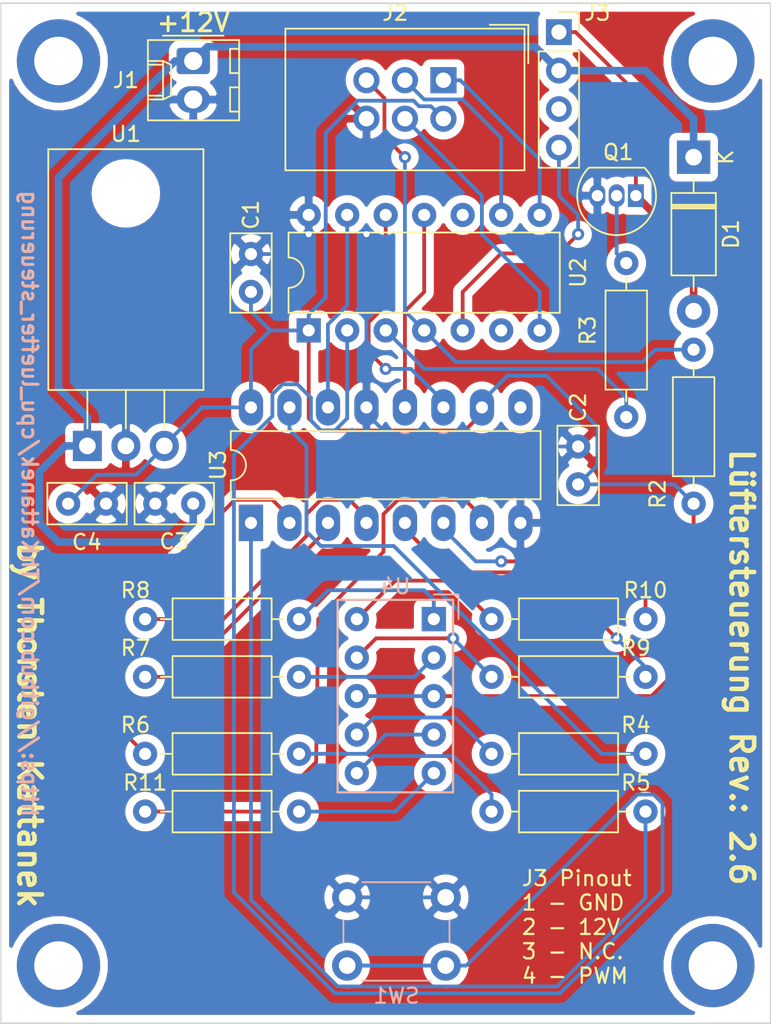
<source format=kicad_pcb>
(kicad_pcb (version 20171130) (host pcbnew 5.1.3-ffb9f22~84~ubuntu18.04.1)
  (layers (0 F.Cu signal) (31 B.Cu signal) (34 B.Paste user hide) (35 F.Paste user hide) (36 B.SilkS user) (37 F.SilkS user) (38 B.Mask user) (39 F.Mask user) (44 Edge.Cuts user))
  (net 0 "")
  (net 1 +5V)
  (net 2 GND)
  (net 3 +12V)
  (net 4 "Net-(J3-Pad3)")
  (net 5 "Net-(Q1-Pad2)")
  (net 6 "Net-(R4-Pad2)")
  (net 7 "Net-(U2-Pad6)")
  (net 8 "Net-(D1-Pad2)")
  (net 9 MISO)
  (net 10 SCK)
  (net 11 MOSI)
  (net 12 RESET)
  (net 13 FAN_PWM)
  (net 14 FAN_POWER)
  (net 15 "Net-(R4-Pad1)")
  (net 16 "Net-(R5-Pad1)")
  (net 17 "Net-(R5-Pad2)")
  (net 18 "Net-(R6-Pad2)")
  (net 19 "Net-(R6-Pad1)")
  (net 20 "Net-(R7-Pad1)")
  (net 21 "Net-(R7-Pad2)")
  (net 22 "Net-(R8-Pad1)")
  (net 23 "Net-(R8-Pad2)")
  (net 24 "Net-(R9-Pad2)")
  (net 25 "Net-(R9-Pad1)")
  (net 26 "Net-(R10-Pad1)")
  (net 27 "Net-(R10-Pad2)")
  (net 28 "Net-(R11-Pad2)")
  (net 29 "Net-(R11-Pad1)")
  (net 30 PUSH_BUTTON1)
  (net 31 "Net-(U2-Pad10)")
  (net 32 7_SEG_RCLK)
  (net 33 7_SEG_SRCLK)
  (net 34 7_SEG_SER)
  (net 35 "Net-(U3-Pad9)")
  (module MountingHole:MountingHole_3.2mm_M3_ISO14580_Pad (layer F.Cu) (at 148.59 76.2)
    (fp_text reference REF** hide)
    (fp_text value MountingHole_3.2mm_M3_ISO14580_Pad)
    (pad 1 thru_hole circle (at 0 0) (size 5.5 5.5) (drill 3.2) (layers *.Cu *.Mask))
  )
  (module MountingHole:MountingHole_3.2mm_M3_ISO14580_Pad (layer F.Cu) (at 148.59 135.89)
    (fp_text reference REF** hide)
    (fp_text value MountingHole_3.2mm_M3_ISO14580_Pad)
    (pad 1 thru_hole circle (at 0 0) (size 5.5 5.5) (drill 3.2) (layers *.Cu *.Mask))
  )
  (module MountingHole:MountingHole_3.2mm_M3_ISO14580_Pad (layer F.Cu) (at 105.41 135.89)
    (fp_text reference REF** hide)
    (fp_text value MountingHole_3.2mm_M3_ISO14580_Pad)
    (pad 1 thru_hole circle (at 0 0) (size 5.5 5.5) (drill 3.2) (layers *.Cu *.Mask))
  )
  (module MountingHole:MountingHole_3.2mm_M3_ISO14580_Pad (layer F.Cu) (at 105.41 76.2)
    (fp_text reference REF** hide)
    (fp_text value MountingHole_3.2mm_M3_ISO14580_Pad)
    (pad 1 thru_hole circle (at 0 0) (size 5.5 5.5) (drill 3.2) (layers *.Cu *.Mask))
  )
  (module Package_TO_SOT_THT:TO-220-3_Horizontal_TabDown (layer F.Cu) (at 107.315 101.6)
    (fp_text reference U1 (at 2.54 -20.58) (layer F.SilkS))
    (fp_text value L7805)
    (fp_line (start 5.08 -3.69) (end 5.08 -1.15) (layer F.SilkS) (width 0.12))
    (fp_line (start 2.54 -3.69) (end 2.54 -1.15) (layer F.SilkS) (width 0.12))
    (fp_line (start 0 -3.69) (end 0 -1.15) (layer F.SilkS) (width 0.12))
    (fp_line (start 7.66 -19.58) (end 7.66 -3.69) (layer F.SilkS) (width 0.12))
    (fp_line (start -2.58 -19.58) (end -2.58 -3.69) (layer F.SilkS) (width 0.12))
    (fp_line (start -2.58 -19.58) (end 7.66 -19.58) (layer F.SilkS) (width 0.12))
    (fp_line (start -2.58 -3.69) (end 7.66 -3.69) (layer F.SilkS) (width 0.12))
    (pad 3 thru_hole oval (at 5.08 0) (size 1.905 2) (drill 1.1) (layers *.Cu *.Mask) (net 1 +5V))
    (pad 2 thru_hole oval (at 2.54 0) (size 1.905 2) (drill 1.1) (layers *.Cu *.Mask) (net 2 GND))
    (pad 1 thru_hole rect (at 0 0) (size 1.905 2) (drill 1.1) (layers *.Cu *.Mask) (net 3 +12V))
    (pad "" np_thru_hole oval (at 2.54 -16.66) (size 3.5 3.5) (drill 3.5) (layers *.Cu *.Mask))
  )
  (module Display_7Segment:HDSP-7801 (layer B.Cu) (at 130.175 113.03 180)
    (fp_text reference U4 (at 2.54 2.159) (layer B.SilkS) (effects (justify mirror)))
    (fp_text value KCSA02-123)
    (fp_line (start 6.35 1.27) (end -1.27 1.27) (layer B.SilkS) (width 0.15))
    (fp_line (start -1.27 1.27) (end -1.27 -11.43) (layer B.SilkS) (width 0.15))
    (fp_line (start -1.27 -11.43) (end 6.35 -11.43) (layer B.SilkS) (width 0.15))
    (fp_line (start 6.35 -11.43) (end 6.35 1.27) (layer B.SilkS) (width 0.15))
    (fp_line (start -1.63 0) (end -1.63 1.63) (layer B.SilkS) (width 0.12))
    (fp_line (start -1.63 1.63) (end 0 1.63) (layer B.SilkS) (width 0.12))
    (pad 1 thru_hole rect (at 0 0 180) (size 1.6 1.6) (drill 0.8) (layers *.Cu *.Mask) (net 22 "Net-(R8-Pad1)"))
    (pad 2 thru_hole circle (at 0 -2.54 180) (size 1.6 1.6) (drill 0.8) (layers *.Cu *.Mask) (net 20 "Net-(R7-Pad1)"))
    (pad 3 thru_hole circle (at 0 -5.08 180) (size 1.6 1.6) (drill 0.8) (layers *.Cu *.Mask) (net 1 +5V))
    (pad 4 thru_hole circle (at 0 -7.62 180) (size 1.6 1.6) (drill 0.8) (layers *.Cu *.Mask) (net 19 "Net-(R6-Pad1)"))
    (pad 5 thru_hole circle (at 0 -10.16 180) (size 1.6 1.6) (drill 0.8) (layers *.Cu *.Mask) (net 29 "Net-(R11-Pad1)"))
    (pad 6 thru_hole circle (at 5.08 -10.16 180) (size 1.6 1.6) (drill 0.8) (layers *.Cu *.Mask) (net 16 "Net-(R5-Pad1)"))
    (pad 7 thru_hole circle (at 5.08 -7.62 180) (size 1.6 1.6) (drill 0.8) (layers *.Cu *.Mask) (net 15 "Net-(R4-Pad1)"))
    (pad 8 thru_hole circle (at 5.08 -5.08 180) (size 1.6 1.6) (drill 0.8) (layers *.Cu *.Mask) (net 1 +5V))
    (pad 9 thru_hole circle (at 5.08 -2.54 180) (size 1.6 1.6) (drill 0.8) (layers *.Cu *.Mask) (net 25 "Net-(R9-Pad1)"))
    (pad 10 thru_hole circle (at 5.08 0 180) (size 1.6 1.6) (drill 0.8) (layers *.Cu *.Mask) (net 26 "Net-(R10-Pad1)"))
  )
  (module Button_Switch_THT:SW_PUSH_6mm_H5mm (layer B.Cu) (at 124.46 135.89)
    (fp_text reference SW1 (at 3.25 2) (layer B.SilkS) (effects (justify mirror)))
    (fp_text value SW_Push)
    (fp_line (start 1 -5.5) (end 5.5 -5.5) (layer B.SilkS) (width 0.12))
    (fp_line (start -0.25 -1.5) (end -0.25 -3) (layer B.SilkS) (width 0.12))
    (fp_line (start 5.5 1) (end 1 1) (layer B.SilkS) (width 0.12))
    (fp_line (start 6.75 -3) (end 6.75 -1.5) (layer B.SilkS) (width 0.12))
    (pad 2 thru_hole circle (at 0 -4.5 270) (size 2 2) (drill 1.1) (layers *.Cu *.Mask) (net 2 GND))
    (pad 1 thru_hole circle (at 0 0 270) (size 2 2) (drill 1.1) (layers *.Cu *.Mask) (net 30 PUSH_BUTTON1))
    (pad 2 thru_hole circle (at 6.5 -4.5 270) (size 2 2) (drill 1.1) (layers *.Cu *.Mask) (net 2 GND))
    (pad 1 thru_hole circle (at 6.5 0 270) (size 2 2) (drill 1.1) (layers *.Cu *.Mask) (net 30 PUSH_BUTTON1))
  )
  (module Capacitor_THT:C_Disc_D5.0mm_W2.5mm_P2.50mm (layer F.Cu) (at 118.11 91.44 90)
    (fp_text reference C1 (at 5.08 0 90) (layer F.SilkS))
    (fp_text value 100n)
    (fp_line (start -1.37 -1.37) (end 3.87 -1.37) (layer F.SilkS) (width 0.12))
    (fp_line (start -1.37 1.37) (end 3.87 1.37) (layer F.SilkS) (width 0.12))
    (fp_line (start -1.37 -1.37) (end -1.37 1.37) (layer F.SilkS) (width 0.12))
    (fp_line (start 3.87 -1.37) (end 3.87 1.37) (layer F.SilkS) (width 0.12))
    (pad 1 thru_hole circle (at 0 0 90) (size 1.6 1.6) (drill 0.8) (layers *.Cu *.Mask) (net 1 +5V))
    (pad 2 thru_hole circle (at 2.5 0 90) (size 1.6 1.6) (drill 0.8) (layers *.Cu *.Mask) (net 2 GND))
  )
  (module Capacitor_THT:C_Disc_D5.0mm_W2.5mm_P2.50mm (layer F.Cu) (at 139.7 104.14 90)
    (fp_text reference C2 (at 5.08 0 90) (layer F.SilkS))
    (fp_text value 100n)
    (fp_line (start 3.87 -1.37) (end 3.87 1.37) (layer F.SilkS) (width 0.12))
    (fp_line (start -1.37 -1.37) (end -1.37 1.37) (layer F.SilkS) (width 0.12))
    (fp_line (start -1.37 1.37) (end 3.87 1.37) (layer F.SilkS) (width 0.12))
    (fp_line (start -1.37 -1.37) (end 3.87 -1.37) (layer F.SilkS) (width 0.12))
    (pad 2 thru_hole circle (at 2.5 0 90) (size 1.6 1.6) (drill 0.8) (layers *.Cu *.Mask) (net 2 GND))
    (pad 1 thru_hole circle (at 0 0 90) (size 1.6 1.6) (drill 0.8) (layers *.Cu *.Mask) (net 1 +5V))
  )
  (module Capacitor_THT:C_Disc_D5.0mm_W2.5mm_P2.50mm (layer F.Cu) (at 114.3 105.41 180)
    (fp_text reference C3 (at 1.25 -2.5) (layer F.SilkS))
    (fp_text value 0,33u)
    (fp_line (start 3.87 -1.37) (end 3.87 1.37) (layer F.SilkS) (width 0.12))
    (fp_line (start -1.37 -1.37) (end -1.37 1.37) (layer F.SilkS) (width 0.12))
    (fp_line (start -1.37 1.37) (end 3.87 1.37) (layer F.SilkS) (width 0.12))
    (fp_line (start -1.37 -1.37) (end 3.87 -1.37) (layer F.SilkS) (width 0.12))
    (pad 2 thru_hole circle (at 2.5 0 180) (size 1.6 1.6) (drill 0.8) (layers *.Cu *.Mask) (net 2 GND))
    (pad 1 thru_hole circle (at 0 0 180) (size 1.6 1.6) (drill 0.8) (layers *.Cu *.Mask) (net 3 +12V))
  )
  (module Capacitor_THT:C_Disc_D5.0mm_W2.5mm_P2.50mm (layer F.Cu) (at 106.045 105.41)
    (fp_text reference C4 (at 1.23 2.54) (layer F.SilkS))
    (fp_text value 0,1u)
    (fp_line (start -1.37 -1.37) (end 3.87 -1.37) (layer F.SilkS) (width 0.12))
    (fp_line (start -1.37 1.37) (end 3.87 1.37) (layer F.SilkS) (width 0.12))
    (fp_line (start -1.37 -1.37) (end -1.37 1.37) (layer F.SilkS) (width 0.12))
    (fp_line (start 3.87 -1.37) (end 3.87 1.37) (layer F.SilkS) (width 0.12))
    (pad 1 thru_hole circle (at 0 0) (size 1.6 1.6) (drill 0.8) (layers *.Cu *.Mask) (net 1 +5V))
    (pad 2 thru_hole circle (at 2.5 0) (size 1.6 1.6) (drill 0.8) (layers *.Cu *.Mask) (net 2 GND))
  )
  (module Diode_THT:D_DO-41_SOD81_P10.16mm_Horizontal (layer F.Cu) (at 147.32 82.55 270)
    (fp_text reference D1 (at 5.08 -2.47 90) (layer F.SilkS))
    (fp_text value 1N4001)
    (fp_line (start 2.36 -1.47) (end 2.36 1.47) (layer F.SilkS) (width 0.12))
    (fp_line (start 2.36 1.47) (end 7.8 1.47) (layer F.SilkS) (width 0.12))
    (fp_line (start 7.8 1.47) (end 7.8 -1.47) (layer F.SilkS) (width 0.12))
    (fp_line (start 7.8 -1.47) (end 2.36 -1.47) (layer F.SilkS) (width 0.12))
    (fp_line (start 1.34 0) (end 2.36 0) (layer F.SilkS) (width 0.12))
    (fp_line (start 8.82 0) (end 7.8 0) (layer F.SilkS) (width 0.12))
    (fp_line (start 3.26 -1.47) (end 3.26 1.47) (layer F.SilkS) (width 0.12))
    (fp_line (start 3.38 -1.47) (end 3.38 1.47) (layer F.SilkS) (width 0.12))
    (fp_line (start 3.14 -1.47) (end 3.14 1.47) (layer F.SilkS) (width 0.12))
    (fp_text user K (at 0 -2.1 90) (layer F.SilkS))
    (pad 1 thru_hole rect (at 0 0 270) (size 2.2 2.2) (drill 1.1) (layers *.Cu *.Mask) (net 3 +12V))
    (pad 2 thru_hole oval (at 10.16 0 270) (size 2.2 2.2) (drill 1.1) (layers *.Cu *.Mask) (net 8 "Net-(D1-Pad2)"))
  )
  (module Connector_Molex:Molex_KK-254_AE-6410-02A_1x02_P2.54mm_Vertical (layer F.Cu) (at 114.3 76.2 270)
    (fp_text reference J1 (at 1.27 4.445 180) (layer F.SilkS))
    (fp_text value "Power 12V DC")
    (fp_line (start -1.38 -3.03) (end -1.38 2.99) (layer F.SilkS) (width 0.12))
    (fp_line (start -1.38 2.99) (end 3.92 2.99) (layer F.SilkS) (width 0.12))
    (fp_line (start 3.92 2.99) (end 3.92 -3.03) (layer F.SilkS) (width 0.12))
    (fp_line (start 3.92 -3.03) (end -1.38 -3.03) (layer F.SilkS) (width 0.12))
    (fp_line (start -1.67 -2) (end -1.67 2) (layer F.SilkS) (width 0.12))
    (fp_line (start 0 2.99) (end 0 1.99) (layer F.SilkS) (width 0.12))
    (fp_line (start 0 1.99) (end 2.54 1.99) (layer F.SilkS) (width 0.12))
    (fp_line (start 2.54 1.99) (end 2.54 2.99) (layer F.SilkS) (width 0.12))
    (fp_line (start 0 1.99) (end 0.25 1.46) (layer F.SilkS) (width 0.12))
    (fp_line (start 0.25 1.46) (end 2.29 1.46) (layer F.SilkS) (width 0.12))
    (fp_line (start 2.29 1.46) (end 2.54 1.99) (layer F.SilkS) (width 0.12))
    (fp_line (start 0.25 2.99) (end 0.25 1.99) (layer F.SilkS) (width 0.12))
    (fp_line (start 2.29 2.99) (end 2.29 1.99) (layer F.SilkS) (width 0.12))
    (fp_line (start -0.8 -3.03) (end -0.8 -2.43) (layer F.SilkS) (width 0.12))
    (fp_line (start -0.8 -2.43) (end 0.8 -2.43) (layer F.SilkS) (width 0.12))
    (fp_line (start 0.8 -2.43) (end 0.8 -3.03) (layer F.SilkS) (width 0.12))
    (fp_line (start 1.74 -3.03) (end 1.74 -2.43) (layer F.SilkS) (width 0.12))
    (fp_line (start 1.74 -2.43) (end 3.34 -2.43) (layer F.SilkS) (width 0.12))
    (fp_line (start 3.34 -2.43) (end 3.34 -3.03) (layer F.SilkS) (width 0.12))
    (pad 1 thru_hole roundrect (at 0 0 270) (size 1.74 2.2) (drill 1.2) (layers *.Cu *.Mask) (roundrect_rratio 0.143678) (net 3 +12V))
    (pad 2 thru_hole oval (at 2.54 0 270) (size 1.74 2.2) (drill 1.2) (layers *.Cu *.Mask) (net 2 GND))
  )
  (module Connector_IDC:IDC-Header_2x03_P2.54mm_Vertical (layer F.Cu) (at 130.81 77.47 270)
    (fp_text reference J2 (at -4.445 3.175 180) (layer F.SilkS))
    (fp_text value ISP)
    (fp_line (start 5.945 -5.35) (end 5.945 10.43) (layer F.SilkS) (width 0.12))
    (fp_line (start 5.945 10.43) (end -3.405 10.43) (layer F.SilkS) (width 0.12))
    (fp_line (start -3.405 10.43) (end -3.405 -5.35) (layer F.SilkS) (width 0.12))
    (fp_line (start -3.405 -5.35) (end 5.945 -5.35) (layer F.SilkS) (width 0.12))
    (fp_line (start -3.655 -5.6) (end -3.655 -3.06) (layer F.SilkS) (width 0.12))
    (fp_line (start -3.655 -5.6) (end -1.115 -5.6) (layer F.SilkS) (width 0.12))
    (pad 1 thru_hole rect (at 0 0 270) (size 1.7272 1.7272) (drill 1.016) (layers *.Cu *.Mask) (net 9 MISO))
    (pad 2 thru_hole oval (at 2.54 0 270) (size 1.7272 1.7272) (drill 1.016) (layers *.Cu *.Mask) (net 1 +5V))
    (pad 3 thru_hole oval (at 0 2.54 270) (size 1.7272 1.7272) (drill 1.016) (layers *.Cu *.Mask) (net 10 SCK))
    (pad 4 thru_hole oval (at 2.54 2.54 270) (size 1.7272 1.7272) (drill 1.016) (layers *.Cu *.Mask) (net 11 MOSI))
    (pad 5 thru_hole oval (at 0 5.08 270) (size 1.7272 1.7272) (drill 1.016) (layers *.Cu *.Mask) (net 12 RESET))
    (pad 6 thru_hole oval (at 2.54 5.08 270) (size 1.7272 1.7272) (drill 1.016) (layers *.Cu *.Mask) (net 2 GND))
  )
  (module Package_TO_SOT_THT:TO-92_Inline (layer F.Cu) (at 143.51 85.09 180)
    (fp_text reference Q1 (at 1.166823 2.8712) (layer F.SilkS))
    (fp_text value BC337)
    (fp_line (start -0.53 1.85) (end 3.07 1.85) (layer F.SilkS) (width 0.12))
    (fp_arc (start 1.27 0) (end 1.27 -2.6) (angle -135) (layer F.SilkS) (width 0.12))
    (fp_arc (start 1.27 0) (end 1.27 -2.6) (angle 135) (layer F.SilkS) (width 0.12))
    (pad 2 thru_hole oval (at 1.27 0 180) (size 1.05 1.5) (drill 0.75) (layers *.Cu *.Mask) (net 5 "Net-(Q1-Pad2)"))
    (pad 3 thru_hole oval (at 2.54 0 180) (size 1.05 1.5) (drill 0.75) (layers *.Cu *.Mask) (net 2 GND))
    (pad 1 thru_hole rect (at 0 0 180) (size 1.05 1.5) (drill 0.75) (layers *.Cu *.Mask) (net 8 "Net-(D1-Pad2)"))
  )
  (module Resistor_THT:R_Axial_DIN0207_L6.3mm_D2.5mm_P10.16mm_Horizontal (layer F.Cu) (at 147.32 105.41 90)
    (fp_text reference R2 (at 0.635 -2.37 90) (layer F.SilkS))
    (fp_text value 10k)
    (fp_line (start 1.81 -1.37) (end 1.81 1.37) (layer F.SilkS) (width 0.12))
    (fp_line (start 1.81 1.37) (end 8.35 1.37) (layer F.SilkS) (width 0.12))
    (fp_line (start 8.35 1.37) (end 8.35 -1.37) (layer F.SilkS) (width 0.12))
    (fp_line (start 8.35 -1.37) (end 1.81 -1.37) (layer F.SilkS) (width 0.12))
    (fp_line (start 1.04 0) (end 1.81 0) (layer F.SilkS) (width 0.12))
    (fp_line (start 9.12 0) (end 8.35 0) (layer F.SilkS) (width 0.12))
    (pad 1 thru_hole circle (at 0 0 90) (size 1.6 1.6) (drill 0.8) (layers *.Cu *.Mask) (net 1 +5V))
    (pad 2 thru_hole oval (at 10.16 0 90) (size 1.6 1.6) (drill 0.8) (layers *.Cu *.Mask) (net 12 RESET))
  )
  (module Resistor_THT:R_Axial_DIN0207_L6.3mm_D2.5mm_P10.16mm_Horizontal (layer F.Cu) (at 142.875 89.535 270)
    (fp_text reference R3 (at 4.445 2.54 90) (layer F.SilkS))
    (fp_text value 220)
    (fp_line (start 9.12 0) (end 8.35 0) (layer F.SilkS) (width 0.12))
    (fp_line (start 1.04 0) (end 1.81 0) (layer F.SilkS) (width 0.12))
    (fp_line (start 8.35 -1.37) (end 1.81 -1.37) (layer F.SilkS) (width 0.12))
    (fp_line (start 8.35 1.37) (end 8.35 -1.37) (layer F.SilkS) (width 0.12))
    (fp_line (start 1.81 1.37) (end 8.35 1.37) (layer F.SilkS) (width 0.12))
    (fp_line (start 1.81 -1.37) (end 1.81 1.37) (layer F.SilkS) (width 0.12))
    (pad 2 thru_hole oval (at 10.16 0 270) (size 1.6 1.6) (drill 0.8) (layers *.Cu *.Mask) (net 14 FAN_POWER))
    (pad 1 thru_hole circle (at 0 0 270) (size 1.6 1.6) (drill 0.8) (layers *.Cu *.Mask) (net 5 "Net-(Q1-Pad2)"))
  )
  (module Resistor_THT:R_Axial_DIN0207_L6.3mm_D2.5mm_P10.16mm_Horizontal (layer F.Cu) (at 133.985 121.92)
    (fp_text reference R4 (at 9.525 -1.905) (layer F.SilkS))
    (fp_text value 560)
    (fp_line (start 9.12 0) (end 8.35 0) (layer F.SilkS) (width 0.12))
    (fp_line (start 1.04 0) (end 1.81 0) (layer F.SilkS) (width 0.12))
    (fp_line (start 8.35 -1.37) (end 1.81 -1.37) (layer F.SilkS) (width 0.12))
    (fp_line (start 8.35 1.37) (end 8.35 -1.37) (layer F.SilkS) (width 0.12))
    (fp_line (start 1.81 1.37) (end 8.35 1.37) (layer F.SilkS) (width 0.12))
    (fp_line (start 1.81 -1.37) (end 1.81 1.37) (layer F.SilkS) (width 0.12))
    (pad 2 thru_hole oval (at 10.16 0) (size 1.6 1.6) (drill 0.8) (layers *.Cu *.Mask) (net 6 "Net-(R4-Pad2)"))
    (pad 1 thru_hole circle (at 0 0) (size 1.6 1.6) (drill 0.8) (layers *.Cu *.Mask) (net 15 "Net-(R4-Pad1)"))
  )
  (module Resistor_THT:R_Axial_DIN0207_L6.3mm_D2.5mm_P10.16mm_Horizontal (layer F.Cu) (at 133.985 125.73)
    (fp_text reference R5 (at 9.525 -1.905) (layer F.SilkS))
    (fp_text value 560)
    (fp_line (start 1.81 -1.37) (end 1.81 1.37) (layer F.SilkS) (width 0.12))
    (fp_line (start 1.81 1.37) (end 8.35 1.37) (layer F.SilkS) (width 0.12))
    (fp_line (start 8.35 1.37) (end 8.35 -1.37) (layer F.SilkS) (width 0.12))
    (fp_line (start 8.35 -1.37) (end 1.81 -1.37) (layer F.SilkS) (width 0.12))
    (fp_line (start 1.04 0) (end 1.81 0) (layer F.SilkS) (width 0.12))
    (fp_line (start 9.12 0) (end 8.35 0) (layer F.SilkS) (width 0.12))
    (pad 1 thru_hole circle (at 0 0) (size 1.6 1.6) (drill 0.8) (layers *.Cu *.Mask) (net 16 "Net-(R5-Pad1)"))
    (pad 2 thru_hole oval (at 10.16 0) (size 1.6 1.6) (drill 0.8) (layers *.Cu *.Mask) (net 17 "Net-(R5-Pad2)"))
  )
  (module Resistor_THT:R_Axial_DIN0207_L6.3mm_D2.5mm_P10.16mm_Horizontal (layer F.Cu) (at 121.285 121.92 180)
    (fp_text reference R6 (at 10.795 1.905) (layer F.SilkS))
    (fp_text value 560)
    (fp_line (start 9.12 0) (end 8.35 0) (layer F.SilkS) (width 0.12))
    (fp_line (start 1.04 0) (end 1.81 0) (layer F.SilkS) (width 0.12))
    (fp_line (start 8.35 -1.37) (end 1.81 -1.37) (layer F.SilkS) (width 0.12))
    (fp_line (start 8.35 1.37) (end 8.35 -1.37) (layer F.SilkS) (width 0.12))
    (fp_line (start 1.81 1.37) (end 8.35 1.37) (layer F.SilkS) (width 0.12))
    (fp_line (start 1.81 -1.37) (end 1.81 1.37) (layer F.SilkS) (width 0.12))
    (pad 2 thru_hole oval (at 10.16 0 180) (size 1.6 1.6) (drill 0.8) (layers *.Cu *.Mask) (net 18 "Net-(R6-Pad2)"))
    (pad 1 thru_hole circle (at 0 0 180) (size 1.6 1.6) (drill 0.8) (layers *.Cu *.Mask) (net 19 "Net-(R6-Pad1)"))
  )
  (module Resistor_THT:R_Axial_DIN0207_L6.3mm_D2.5mm_P10.16mm_Horizontal (layer F.Cu) (at 121.285 116.84 180)
    (fp_text reference R7 (at 10.795 1.905) (layer F.SilkS))
    (fp_text value 560)
    (fp_line (start 1.81 -1.37) (end 1.81 1.37) (layer F.SilkS) (width 0.12))
    (fp_line (start 1.81 1.37) (end 8.35 1.37) (layer F.SilkS) (width 0.12))
    (fp_line (start 8.35 1.37) (end 8.35 -1.37) (layer F.SilkS) (width 0.12))
    (fp_line (start 8.35 -1.37) (end 1.81 -1.37) (layer F.SilkS) (width 0.12))
    (fp_line (start 1.04 0) (end 1.81 0) (layer F.SilkS) (width 0.12))
    (fp_line (start 9.12 0) (end 8.35 0) (layer F.SilkS) (width 0.12))
    (pad 1 thru_hole circle (at 0 0 180) (size 1.6 1.6) (drill 0.8) (layers *.Cu *.Mask) (net 20 "Net-(R7-Pad1)"))
    (pad 2 thru_hole oval (at 10.16 0 180) (size 1.6 1.6) (drill 0.8) (layers *.Cu *.Mask) (net 21 "Net-(R7-Pad2)"))
  )
  (module Resistor_THT:R_Axial_DIN0207_L6.3mm_D2.5mm_P10.16mm_Horizontal (layer F.Cu) (at 121.285 113.03 180)
    (fp_text reference R8 (at 10.795 1.905) (layer F.SilkS))
    (fp_text value 560)
    (fp_line (start 1.81 -1.37) (end 1.81 1.37) (layer F.SilkS) (width 0.12))
    (fp_line (start 1.81 1.37) (end 8.35 1.37) (layer F.SilkS) (width 0.12))
    (fp_line (start 8.35 1.37) (end 8.35 -1.37) (layer F.SilkS) (width 0.12))
    (fp_line (start 8.35 -1.37) (end 1.81 -1.37) (layer F.SilkS) (width 0.12))
    (fp_line (start 1.04 0) (end 1.81 0) (layer F.SilkS) (width 0.12))
    (fp_line (start 9.12 0) (end 8.35 0) (layer F.SilkS) (width 0.12))
    (pad 1 thru_hole circle (at 0 0 180) (size 1.6 1.6) (drill 0.8) (layers *.Cu *.Mask) (net 22 "Net-(R8-Pad1)"))
    (pad 2 thru_hole oval (at 10.16 0 180) (size 1.6 1.6) (drill 0.8) (layers *.Cu *.Mask) (net 23 "Net-(R8-Pad2)"))
  )
  (module Resistor_THT:R_Axial_DIN0207_L6.3mm_D2.5mm_P10.16mm_Horizontal (layer F.Cu) (at 133.985 116.84)
    (fp_text reference R9 (at 9.525 -1.905) (layer F.SilkS))
    (fp_text value 560)
    (fp_line (start 9.12 0) (end 8.35 0) (layer F.SilkS) (width 0.12))
    (fp_line (start 1.04 0) (end 1.81 0) (layer F.SilkS) (width 0.12))
    (fp_line (start 8.35 -1.37) (end 1.81 -1.37) (layer F.SilkS) (width 0.12))
    (fp_line (start 8.35 1.37) (end 8.35 -1.37) (layer F.SilkS) (width 0.12))
    (fp_line (start 1.81 1.37) (end 8.35 1.37) (layer F.SilkS) (width 0.12))
    (fp_line (start 1.81 -1.37) (end 1.81 1.37) (layer F.SilkS) (width 0.12))
    (pad 2 thru_hole oval (at 10.16 0) (size 1.6 1.6) (drill 0.8) (layers *.Cu *.Mask) (net 24 "Net-(R9-Pad2)"))
    (pad 1 thru_hole circle (at 0 0) (size 1.6 1.6) (drill 0.8) (layers *.Cu *.Mask) (net 25 "Net-(R9-Pad1)"))
  )
  (module Resistor_THT:R_Axial_DIN0207_L6.3mm_D2.5mm_P10.16mm_Horizontal (layer F.Cu) (at 133.985 113.03)
    (fp_text reference R10 (at 10.16 -1.905) (layer F.SilkS))
    (fp_text value 560)
    (fp_line (start 1.81 -1.37) (end 1.81 1.37) (layer F.SilkS) (width 0.12))
    (fp_line (start 1.81 1.37) (end 8.35 1.37) (layer F.SilkS) (width 0.12))
    (fp_line (start 8.35 1.37) (end 8.35 -1.37) (layer F.SilkS) (width 0.12))
    (fp_line (start 8.35 -1.37) (end 1.81 -1.37) (layer F.SilkS) (width 0.12))
    (fp_line (start 1.04 0) (end 1.81 0) (layer F.SilkS) (width 0.12))
    (fp_line (start 9.12 0) (end 8.35 0) (layer F.SilkS) (width 0.12))
    (pad 1 thru_hole circle (at 0 0) (size 1.6 1.6) (drill 0.8) (layers *.Cu *.Mask) (net 26 "Net-(R10-Pad1)"))
    (pad 2 thru_hole oval (at 10.16 0) (size 1.6 1.6) (drill 0.8) (layers *.Cu *.Mask) (net 27 "Net-(R10-Pad2)"))
  )
  (module Resistor_THT:R_Axial_DIN0207_L6.3mm_D2.5mm_P10.16mm_Horizontal (layer F.Cu) (at 121.285 125.73 180)
    (fp_text reference R11 (at 10.16 1.905) (layer F.SilkS))
    (fp_text value 560)
    (fp_line (start 9.12 0) (end 8.35 0) (layer F.SilkS) (width 0.12))
    (fp_line (start 1.04 0) (end 1.81 0) (layer F.SilkS) (width 0.12))
    (fp_line (start 8.35 -1.37) (end 1.81 -1.37) (layer F.SilkS) (width 0.12))
    (fp_line (start 8.35 1.37) (end 8.35 -1.37) (layer F.SilkS) (width 0.12))
    (fp_line (start 1.81 1.37) (end 8.35 1.37) (layer F.SilkS) (width 0.12))
    (fp_line (start 1.81 -1.37) (end 1.81 1.37) (layer F.SilkS) (width 0.12))
    (pad 2 thru_hole oval (at 10.16 0 180) (size 1.6 1.6) (drill 0.8) (layers *.Cu *.Mask) (net 28 "Net-(R11-Pad2)"))
    (pad 1 thru_hole circle (at 0 0 180) (size 1.6 1.6) (drill 0.8) (layers *.Cu *.Mask) (net 29 "Net-(R11-Pad1)"))
  )
  (module Package_DIP:DIP-14_W7.62mm (layer F.Cu) (at 121.92 93.98 90)
    (fp_text reference U2 (at 3.81 17.78 90) (layer F.SilkS))
    (fp_text value ATtiny24A-PU)
    (fp_arc (start 3.81 -1.33) (end 2.81 -1.33) (angle -180) (layer F.SilkS) (width 0.12))
    (fp_line (start 2.81 -1.33) (end 1.16 -1.33) (layer F.SilkS) (width 0.12))
    (fp_line (start 1.16 -1.33) (end 1.16 16.57) (layer F.SilkS) (width 0.12))
    (fp_line (start 1.16 16.57) (end 6.46 16.57) (layer F.SilkS) (width 0.12))
    (fp_line (start 6.46 16.57) (end 6.46 -1.33) (layer F.SilkS) (width 0.12))
    (fp_line (start 6.46 -1.33) (end 4.81 -1.33) (layer F.SilkS) (width 0.12))
    (pad 1 thru_hole rect (at 0 0 90) (size 1.6 1.6) (drill 0.8) (layers *.Cu *.Mask) (net 1 +5V))
    (pad 8 thru_hole oval (at 7.62 15.24 90) (size 1.6 1.6) (drill 0.8) (layers *.Cu *.Mask) (net 9 MISO))
    (pad 2 thru_hole oval (at 0 2.54 90) (size 1.6 1.6) (drill 0.8) (layers *.Cu *.Mask) (net 30 PUSH_BUTTON1))
    (pad 9 thru_hole oval (at 7.62 12.7 90) (size 1.6 1.6) (drill 0.8) (layers *.Cu *.Mask) (net 10 SCK))
    (pad 3 thru_hole oval (at 0 5.08 90) (size 1.6 1.6) (drill 0.8) (layers *.Cu *.Mask) (net 14 FAN_POWER))
    (pad 10 thru_hole oval (at 7.62 10.16 90) (size 1.6 1.6) (drill 0.8) (layers *.Cu *.Mask) (net 31 "Net-(U2-Pad10)"))
    (pad 4 thru_hole oval (at 0 7.62 90) (size 1.6 1.6) (drill 0.8) (layers *.Cu *.Mask) (net 12 RESET))
    (pad 11 thru_hole oval (at 7.62 7.62 90) (size 1.6 1.6) (drill 0.8) (layers *.Cu *.Mask) (net 32 7_SEG_RCLK))
    (pad 5 thru_hole oval (at 0 10.16 90) (size 1.6 1.6) (drill 0.8) (layers *.Cu *.Mask) (net 13 FAN_PWM))
    (pad 12 thru_hole oval (at 7.62 5.08 90) (size 1.6 1.6) (drill 0.8) (layers *.Cu *.Mask) (net 33 7_SEG_SRCLK))
    (pad 6 thru_hole oval (at 0 12.7 90) (size 1.6 1.6) (drill 0.8) (layers *.Cu *.Mask) (net 7 "Net-(U2-Pad6)"))
    (pad 13 thru_hole oval (at 7.62 2.54 90) (size 1.6 1.6) (drill 0.8) (layers *.Cu *.Mask) (net 34 7_SEG_SER))
    (pad 7 thru_hole oval (at 0 15.24 90) (size 1.6 1.6) (drill 0.8) (layers *.Cu *.Mask) (net 11 MOSI))
    (pad 14 thru_hole oval (at 7.62 0 90) (size 1.6 1.6) (drill 0.8) (layers *.Cu *.Mask) (net 2 GND))
  )
  (module Package_DIP:DIP-16_W7.62mm_LongPads (layer F.Cu) (at 118.11 106.68 90)
    (fp_text reference U3 (at 3.81 -2.169135 90) (layer F.SilkS))
    (fp_text value 74HC595)
    (fp_arc (start 3.81 -1.33) (end 2.81 -1.33) (angle -180) (layer F.SilkS) (width 0.12))
    (fp_line (start 2.81 -1.33) (end 1.56 -1.33) (layer F.SilkS) (width 0.12))
    (fp_line (start 1.56 -1.33) (end 1.56 19.11) (layer F.SilkS) (width 0.12))
    (fp_line (start 1.56 19.11) (end 6.06 19.11) (layer F.SilkS) (width 0.12))
    (fp_line (start 6.06 19.11) (end 6.06 -1.33) (layer F.SilkS) (width 0.12))
    (fp_line (start 6.06 -1.33) (end 4.81 -1.33) (layer F.SilkS) (width 0.12))
    (pad 1 thru_hole rect (at 0 0 90) (size 2.4 1.6) (drill 0.8) (layers *.Cu *.Mask) (net 17 "Net-(R5-Pad2)"))
    (pad 9 thru_hole oval (at 7.62 17.78 90) (size 2.4 1.6) (drill 0.8) (layers *.Cu *.Mask) (net 35 "Net-(U3-Pad9)"))
    (pad 2 thru_hole oval (at 0 2.54 90) (size 2.4 1.6) (drill 0.8) (layers *.Cu *.Mask) (net 18 "Net-(R6-Pad2)"))
    (pad 10 thru_hole oval (at 7.62 15.24 90) (size 2.4 1.6) (drill 0.8) (layers *.Cu *.Mask) (net 1 +5V))
    (pad 3 thru_hole oval (at 0 5.08 90) (size 2.4 1.6) (drill 0.8) (layers *.Cu *.Mask) (net 21 "Net-(R7-Pad2)"))
    (pad 11 thru_hole oval (at 7.62 12.7 90) (size 2.4 1.6) (drill 0.8) (layers *.Cu *.Mask) (net 33 7_SEG_SRCLK))
    (pad 4 thru_hole oval (at 0 7.62 90) (size 2.4 1.6) (drill 0.8) (layers *.Cu *.Mask) (net 23 "Net-(R8-Pad2)"))
    (pad 12 thru_hole oval (at 7.62 10.16 90) (size 2.4 1.6) (drill 0.8) (layers *.Cu *.Mask) (net 32 7_SEG_RCLK))
    (pad 5 thru_hole oval (at 0 10.16 90) (size 2.4 1.6) (drill 0.8) (layers *.Cu *.Mask) (net 24 "Net-(R9-Pad2)"))
    (pad 13 thru_hole oval (at 7.62 7.62 90) (size 2.4 1.6) (drill 0.8) (layers *.Cu *.Mask) (net 2 GND))
    (pad 6 thru_hole oval (at 0 12.7 90) (size 2.4 1.6) (drill 0.8) (layers *.Cu *.Mask) (net 27 "Net-(R10-Pad2)"))
    (pad 14 thru_hole oval (at 7.62 5.08 90) (size 2.4 1.6) (drill 0.8) (layers *.Cu *.Mask) (net 34 7_SEG_SER))
    (pad 7 thru_hole oval (at 0 15.24 90) (size 2.4 1.6) (drill 0.8) (layers *.Cu *.Mask) (net 28 "Net-(R11-Pad2)"))
    (pad 15 thru_hole oval (at 7.62 2.54 90) (size 2.4 1.6) (drill 0.8) (layers *.Cu *.Mask) (net 6 "Net-(R4-Pad2)"))
    (pad 8 thru_hole oval (at 0 17.78 90) (size 2.4 1.6) (drill 0.8) (layers *.Cu *.Mask) (net 2 GND))
    (pad 16 thru_hole oval (at 7.62 0 90) (size 2.4 1.6) (drill 0.8) (layers *.Cu *.Mask) (net 1 +5V))
  )
  (module Connector_PinSocket_2.54mm:PinSocket_1x04_P2.54mm_Vertical (layer F.Cu) (at 138.43 74.295)
    (fp_text reference J3 (at 2.54 -1.27) (layer F.SilkS))
    (fp_text value "CPU Lüfter")
    (fp_line (start -1.33 1.27) (end 1.33 1.27) (layer F.SilkS) (width 0.12))
    (fp_line (start -1.33 1.27) (end -1.33 8.95) (layer F.SilkS) (width 0.12))
    (fp_line (start -1.33 8.95) (end 1.33 8.95) (layer F.SilkS) (width 0.12))
    (fp_line (start 1.33 1.27) (end 1.33 8.95) (layer F.SilkS) (width 0.12))
    (fp_line (start 1.33 -1.33) (end 1.33 0) (layer F.SilkS) (width 0.12))
    (fp_line (start 0 -1.33) (end 1.33 -1.33) (layer F.SilkS) (width 0.12))
    (pad 1 thru_hole rect (at 0 0) (size 1.7 1.7) (drill 1) (layers *.Cu *.Mask) (net 8 "Net-(D1-Pad2)"))
    (pad 2 thru_hole oval (at 0 2.54) (size 1.7 1.7) (drill 1) (layers *.Cu *.Mask) (net 3 +12V))
    (pad 3 thru_hole oval (at 0 5.08) (size 1.7 1.7) (drill 1) (layers *.Cu *.Mask) (net 4 "Net-(J3-Pad3)"))
    (pad 4 thru_hole oval (at 0 7.62) (size 1.7 1.7) (drill 1) (layers *.Cu *.Mask) (net 13 FAN_PWM))
  )
  (gr_text "J3 Pinout\n1 - GND\n2 - 12V\n3 - N.C.\n4 - PWM" (at 135.89 133.35) (layer F.SilkS) (effects (font (size 1 1)) (justify left)))
  (gr_text https://github.com/ThKattanek/cpu_luefter_steuerung (at 103.505 105.41 270) (layer B.SilkS) (effects (font (size 1 1) (thickness 0.2)) (justify mirror)))
  (gr_text "by Thorsten Kattanek" (at 103.505 120.015 270) (layer F.SilkS) (effects (font (size 1.5 1.5) (thickness 0.3))))
  (gr_text "Lüftersteuerung Rev.: 2.6" (at 150.495 116.205 270) (layer F.SilkS) (effects (font (size 1.5 1.5) (thickness 0.3))))
  (gr_text +12V (at 114.3 73.66) (layer F.SilkS) (effects (font (size 1.2 1.2) (thickness 0.2))))
  (gr_line (start 101.6 72.39) (end 102.87 72.39) (layer Edge.Cuts) (width 0.1))
  (gr_line (start 101.6 139.7) (end 101.6 72.39) (layer Edge.Cuts) (width 0.1))
  (gr_line (start 152.4 139.7) (end 101.6 139.7) (layer Edge.Cuts) (width 0.1))
  (gr_line (start 152.4 72.39) (end 152.4 139.7) (layer Edge.Cuts) (width 0.1))
  (gr_line (start 102.87 72.39) (end 152.4 72.39) (layer Edge.Cuts) (width 0.1))
  (segment (start 146.05 104.14) (end 147.32 105.41) (width 0.25) (layer B.Cu) (net 1))
  (segment (start 139.7 104.14) (end 146.05 104.14) (width 0.25) (layer B.Cu) (net 1))
  (segment (start 135.03999 96.97001) (end 137.61001 96.97001) (width 0.25) (layer B.Cu) (net 1))
  (segment (start 133.35 99.06) (end 133.35 98.66) (width 0.25) (layer B.Cu) (net 1))
  (segment (start 133.35 98.66) (end 135.03999 96.97001) (width 0.25) (layer B.Cu) (net 1))
  (segment (start 137.61001 96.97001) (end 140.97 100.33) (width 0.25) (layer B.Cu) (net 1))
  (segment (start 140.97 102.87) (end 139.7 104.14) (width 0.25) (layer B.Cu) (net 1))
  (segment (start 140.97 100.33) (end 140.97 102.87) (width 0.25) (layer B.Cu) (net 1))
  (segment (start 121.92 92.93) (end 121.92 93.98) (width 0.25) (layer B.Cu) (net 1))
  (segment (start 123.045001 91.804999) (end 121.92 92.93) (width 0.25) (layer B.Cu) (net 1))
  (segment (start 123.045001 80.935869) (end 123.045001 91.804999) (width 0.25) (layer B.Cu) (net 1))
  (segment (start 125.159471 78.821399) (end 123.045001 80.935869) (width 0.25) (layer B.Cu) (net 1))
  (segment (start 128.840529 78.821399) (end 125.159471 78.821399) (width 0.25) (layer B.Cu) (net 1))
  (segment (start 129.20914 79.19001) (end 128.840529 78.821399) (width 0.25) (layer B.Cu) (net 1))
  (segment (start 129.99001 79.19001) (end 129.20914 79.19001) (width 0.25) (layer B.Cu) (net 1))
  (segment (start 130.81 80.01) (end 129.99001 79.19001) (width 0.25) (layer B.Cu) (net 1))
  (segment (start 121.92 93.98) (end 119.38 93.98) (width 0.25) (layer B.Cu) (net 1))
  (segment (start 118.11 95.25) (end 118.11 99.06) (width 0.25) (layer B.Cu) (net 1))
  (segment (start 119.38 93.98) (end 118.11 95.25) (width 0.25) (layer B.Cu) (net 1))
  (segment (start 121.92 99.781004) (end 122.724006 100.58501) (width 0.25) (layer F.Cu) (net 1))
  (segment (start 121.92 93.98) (end 121.92 99.781004) (width 0.25) (layer F.Cu) (net 1))
  (segment (start 133.35 99.46) (end 133.35 99.06) (width 0.25) (layer F.Cu) (net 1))
  (segment (start 132.22499 100.58501) (end 133.35 99.46) (width 0.25) (layer F.Cu) (net 1))
  (segment (start 122.724006 100.58501) (end 132.22499 100.58501) (width 0.25) (layer F.Cu) (net 1))
  (segment (start 118.11 92.71) (end 119.38 93.98) (width 0.25) (layer B.Cu) (net 1))
  (segment (start 118.11 91.44) (end 118.11 92.71) (width 0.25) (layer B.Cu) (net 1))
  (segment (start 130.175 118.11) (end 125.095 118.11) (width 0.25) (layer B.Cu) (net 1))
  (segment (start 147.32 106.54137) (end 147.32 105.41) (width 0.25) (layer F.Cu) (net 1))
  (segment (start 147.32 115.330002) (end 147.32 106.54137) (width 0.25) (layer F.Cu) (net 1))
  (segment (start 144.540002 118.11) (end 147.32 115.330002) (width 0.25) (layer F.Cu) (net 1))
  (segment (start 130.175 118.11) (end 144.540002 118.11) (width 0.25) (layer F.Cu) (net 1))
  (segment (start 106.045 105.41) (end 107.95 103.505) (width 0.25) (layer B.Cu) (net 1))
  (segment (start 112.395 101.6475) (end 112.395 101.6) (width 0.25) (layer B.Cu) (net 1))
  (segment (start 110.5375 103.505) (end 112.395 101.6475) (width 0.25) (layer B.Cu) (net 1))
  (segment (start 107.95 103.505) (end 110.5375 103.505) (width 0.25) (layer B.Cu) (net 1))
  (segment (start 117.06 99.06) (end 118.11 99.06) (width 0.25) (layer B.Cu) (net 1))
  (segment (start 114.8875 99.06) (end 117.06 99.06) (width 0.25) (layer B.Cu) (net 1))
  (segment (start 112.395 101.5525) (end 114.8875 99.06) (width 0.25) (layer B.Cu) (net 1))
  (segment (start 112.395 101.6) (end 112.395 101.5525) (width 0.25) (layer B.Cu) (net 1))
  (segment (start 121.92 86.36) (end 121.92 87.63) (width 0.25) (layer B.Cu) (net 2))
  (segment (start 120.61 88.94) (end 118.11 88.94) (width 0.25) (layer B.Cu) (net 2))
  (segment (start 121.92 87.63) (end 120.61 88.94) (width 0.25) (layer B.Cu) (net 2))
  (segment (start 139.7 101.64) (end 137.12 101.64) (width 0.25) (layer B.Cu) (net 2))
  (segment (start 135.89 102.87) (end 135.89 106.68) (width 0.25) (layer B.Cu) (net 2))
  (segment (start 137.12 101.64) (end 135.89 102.87) (width 0.25) (layer B.Cu) (net 2))
  (segment (start 115.57 83.82) (end 114.3 82.55) (width 0.5) (layer F.Cu) (net 2))
  (segment (start 138.43 83.82) (end 115.57 83.82) (width 0.5) (layer F.Cu) (net 2))
  (segment (start 139.7 85.09) (end 138.43 83.82) (width 0.5) (layer F.Cu) (net 2))
  (segment (start 140.97 85.09) (end 139.7 85.09) (width 0.5) (layer F.Cu) (net 2))
  (segment (start 114.3 78.74) (end 114.3 82.55) (width 0.5) (layer F.Cu) (net 2))
  (segment (start 124.46 78.74) (end 125.73 80.01) (width 0.5) (layer F.Cu) (net 2))
  (segment (start 114.3 78.74) (end 124.46 78.74) (width 0.5) (layer F.Cu) (net 2))
  (segment (start 129.14 102.87) (end 135.89 102.87) (width 0.25) (layer B.Cu) (net 2))
  (segment (start 125.73 99.46) (end 129.14 102.87) (width 0.25) (layer B.Cu) (net 2))
  (segment (start 125.73 99.06) (end 125.73 99.46) (width 0.25) (layer B.Cu) (net 2))
  (via (at 125.73 87.63) (size 0.8) (drill 0.4) (layers F.Cu B.Cu) (net 2))
  (segment (start 125.73 99.06) (end 125.73 87.63) (width 0.25) (layer B.Cu) (net 2))
  (segment (start 125.73 87.63) (end 121.92 87.63) (width 0.25) (layer F.Cu) (net 2))
  (via (at 121.92 87.63) (size 0.8) (drill 0.4) (layers F.Cu B.Cu) (net 2))
  (segment (start 124.46 131.39) (end 130.96 131.39) (width 0.25) (layer B.Cu) (net 2))
  (segment (start 107.315 101.6) (end 107.315 101.6475) (width 0.25) (layer F.Cu) (net 3))
  (segment (start 113.1 76.2) (end 105.41 83.89) (width 0.5) (layer B.Cu) (net 3))
  (segment (start 114.3 76.2) (end 113.1 76.2) (width 0.5) (layer B.Cu) (net 3))
  (segment (start 105.41 83.89) (end 105.41 97.79) (width 0.5) (layer B.Cu) (net 3))
  (segment (start 107.315 99.695) (end 107.315 101.6) (width 0.5) (layer B.Cu) (net 3))
  (segment (start 105.41 97.79) (end 107.315 99.695) (width 0.5) (layer B.Cu) (net 3))
  (segment (start 105.8625 101.6) (end 104.14 103.3225) (width 0.5) (layer B.Cu) (net 3))
  (segment (start 107.315 101.6) (end 105.8625 101.6) (width 0.5) (layer B.Cu) (net 3))
  (segment (start 104.14 103.3225) (end 104.14 106.68) (width 0.5) (layer B.Cu) (net 3))
  (segment (start 104.14 106.68) (end 105.41 107.95) (width 0.5) (layer B.Cu) (net 3))
  (segment (start 105.41 107.95) (end 113.03 107.95) (width 0.5) (layer B.Cu) (net 3))
  (segment (start 113.03 107.95) (end 114.3 106.68) (width 0.5) (layer B.Cu) (net 3))
  (segment (start 114.3 106.68) (end 114.3 105.41) (width 0.5) (layer B.Cu) (net 3))
  (segment (start 115.239773 75.260227) (end 114.3 76.2) (width 0.5) (layer B.Cu) (net 3))
  (segment (start 136.855227 75.260227) (end 115.239773 75.260227) (width 0.5) (layer B.Cu) (net 3))
  (segment (start 138.43 76.835) (end 136.855227 75.260227) (width 0.5) (layer B.Cu) (net 3))
  (segment (start 138.43 76.835) (end 144.145 76.835) (width 0.5) (layer B.Cu) (net 3))
  (segment (start 147.32 80.01) (end 147.32 82.55) (width 0.5) (layer B.Cu) (net 3))
  (segment (start 144.145 76.835) (end 147.32 80.01) (width 0.5) (layer B.Cu) (net 3))
  (segment (start 142.24 88.9) (end 142.875 89.535) (width 0.25) (layer B.Cu) (net 5))
  (segment (start 142.24 85.09) (end 142.24 88.9) (width 0.25) (layer B.Cu) (net 5))
  (segment (start 120.65 100.51) (end 120.65 99.06) (width 0.25) (layer B.Cu) (net 6))
  (segment (start 121.77501 101.63501) (end 120.65 100.51) (width 0.25) (layer B.Cu) (net 6))
  (segment (start 121.77501 107.256014) (end 121.77501 101.63501) (width 0.25) (layer B.Cu) (net 6))
  (segment (start 122.724006 108.20501) (end 121.77501 107.256014) (width 0.25) (layer B.Cu) (net 6))
  (segment (start 127.535012 108.20501) (end 122.724006 108.20501) (width 0.25) (layer B.Cu) (net 6))
  (segment (start 141.250002 121.92) (end 127.535012 108.20501) (width 0.25) (layer B.Cu) (net 6))
  (segment (start 144.145 121.92) (end 141.250002 121.92) (width 0.25) (layer B.Cu) (net 6))
  (segment (start 143.51 85.09) (end 147.32 88.9) (width 0.5) (layer F.Cu) (net 8))
  (segment (start 147.32 88.9) (end 147.32 92.71) (width 0.5) (layer F.Cu) (net 8))
  (segment (start 143.51 84.09) (end 143.51 85.09) (width 0.25) (layer F.Cu) (net 8))
  (segment (start 143.51 78.275) (end 143.51 84.09) (width 0.25) (layer F.Cu) (net 8))
  (segment (start 139.53 74.295) (end 143.51 78.275) (width 0.25) (layer F.Cu) (net 8))
  (segment (start 138.43 74.295) (end 139.53 74.295) (width 0.25) (layer F.Cu) (net 8))
  (segment (start 137.16 85.22863) (end 137.16 86.36) (width 0.25) (layer B.Cu) (net 9))
  (segment (start 137.16 82.7064) (end 137.16 85.22863) (width 0.25) (layer B.Cu) (net 9))
  (segment (start 131.9236 77.47) (end 137.16 82.7064) (width 0.25) (layer B.Cu) (net 9))
  (segment (start 130.81 77.47) (end 131.9236 77.47) (width 0.25) (layer B.Cu) (net 9))
  (segment (start 134.62 81.28) (end 134.62 86.36) (width 0.25) (layer B.Cu) (net 10))
  (segment (start 132.08 78.74) (end 134.62 81.28) (width 0.25) (layer B.Cu) (net 10))
  (segment (start 128.27 77.47) (end 129.54 78.74) (width 0.25) (layer B.Cu) (net 10))
  (segment (start 129.54 78.74) (end 132.08 78.74) (width 0.25) (layer B.Cu) (net 10))
  (segment (start 128.27 80.01) (end 133.35 85.09) (width 0.25) (layer B.Cu) (net 11))
  (segment (start 133.35 85.09) (end 133.35 87.63) (width 0.25) (layer B.Cu) (net 11))
  (segment (start 137.16 91.44) (end 137.16 93.98) (width 0.25) (layer B.Cu) (net 11))
  (segment (start 133.35 87.63) (end 137.16 91.44) (width 0.25) (layer B.Cu) (net 11))
  (segment (start 131.62999 96.06999) (end 143.96001 96.06999) (width 0.25) (layer B.Cu) (net 12))
  (segment (start 129.54 93.98) (end 131.62999 96.06999) (width 0.25) (layer B.Cu) (net 12))
  (segment (start 144.78 95.25) (end 147.32 95.25) (width 0.25) (layer B.Cu) (net 12))
  (segment (start 143.96001 96.06999) (end 144.78 95.25) (width 0.25) (layer B.Cu) (net 12))
  (via (at 128.27 82.55) (size 0.8) (drill 0.4) (layers F.Cu B.Cu) (net 12))
  (segment (start 126.918601 81.198601) (end 128.27 82.55) (width 0.25) (layer F.Cu) (net 12))
  (segment (start 125.73 77.47) (end 126.918601 78.658601) (width 0.25) (layer F.Cu) (net 12))
  (segment (start 126.918601 78.658601) (end 126.918601 81.198601) (width 0.25) (layer F.Cu) (net 12))
  (segment (start 128.27 92.71) (end 129.54 93.98) (width 0.25) (layer B.Cu) (net 12))
  (segment (start 128.27 82.55) (end 128.27 92.71) (width 0.25) (layer B.Cu) (net 12))
  (segment (start 132.08 93.98) (end 132.08 91.44) (width 0.25) (layer F.Cu) (net 13))
  (segment (start 132.08 91.44) (end 134.62 88.9) (width 0.25) (layer F.Cu) (net 13))
  (segment (start 134.62 88.9) (end 136.285002 88.9) (width 0.25) (layer F.Cu) (net 13))
  (segment (start 136.285002 88.9) (end 138.43 88.9) (width 0.25) (layer F.Cu) (net 13))
  (via (at 139.7 87.63) (size 0.8) (drill 0.4) (layers F.Cu B.Cu) (net 13))
  (segment (start 138.43 88.9) (end 139.7 87.63) (width 0.25) (layer F.Cu) (net 13))
  (segment (start 138.43 81.915) (end 138.43 85.09) (width 0.25) (layer B.Cu) (net 13))
  (segment (start 139.7 86.36) (end 139.7 87.63) (width 0.25) (layer B.Cu) (net 13))
  (segment (start 138.43 85.09) (end 139.7 86.36) (width 0.25) (layer B.Cu) (net 13))
  (segment (start 142.875 98.425) (end 142.875 99.695) (width 0.25) (layer B.Cu) (net 14))
  (segment (start 140.97 96.52) (end 142.875 98.425) (width 0.25) (layer B.Cu) (net 14))
  (segment (start 127 93.98) (end 129.54 96.52) (width 0.25) (layer B.Cu) (net 14))
  (segment (start 129.54 96.52) (end 140.97 96.52) (width 0.25) (layer B.Cu) (net 14))
  (segment (start 125.894999 119.850001) (end 125.095 120.65) (width 0.25) (layer B.Cu) (net 15))
  (segment (start 126.220001 119.524999) (end 125.894999 119.850001) (width 0.25) (layer B.Cu) (net 15))
  (segment (start 131.589999 119.524999) (end 126.220001 119.524999) (width 0.25) (layer B.Cu) (net 15))
  (segment (start 133.985 121.92) (end 131.589999 119.524999) (width 0.25) (layer B.Cu) (net 15))
  (segment (start 125.894999 122.390001) (end 125.095 123.19) (width 0.25) (layer B.Cu) (net 16))
  (segment (start 126.220001 122.064999) (end 125.894999 122.390001) (width 0.25) (layer B.Cu) (net 16))
  (segment (start 131.451369 122.064999) (end 126.220001 122.064999) (width 0.25) (layer B.Cu) (net 16))
  (segment (start 133.985 124.59863) (end 131.451369 122.064999) (width 0.25) (layer B.Cu) (net 16))
  (segment (start 133.985 125.73) (end 133.985 124.59863) (width 0.25) (layer B.Cu) (net 16))
  (segment (start 144.145 131.445) (end 144.145 125.73) (width 0.25) (layer B.Cu) (net 17))
  (segment (start 138.319999 137.270001) (end 144.145 131.445) (width 0.25) (layer B.Cu) (net 17))
  (segment (start 123.823999 137.270001) (end 138.319999 137.270001) (width 0.25) (layer B.Cu) (net 17))
  (segment (start 118.11 106.68) (end 118.11 131.556002) (width 0.25) (layer B.Cu) (net 17))
  (segment (start 118.11 131.556002) (end 123.823999 137.270001) (width 0.25) (layer B.Cu) (net 17))
  (segment (start 117.049999 105.154999) (end 109.22 112.984998) (width 0.25) (layer F.Cu) (net 18))
  (segment (start 119.524999 105.154999) (end 117.049999 105.154999) (width 0.25) (layer F.Cu) (net 18))
  (segment (start 120.65 106.68) (end 120.65 106.28) (width 0.25) (layer F.Cu) (net 18))
  (segment (start 120.65 106.28) (end 119.524999 105.154999) (width 0.25) (layer F.Cu) (net 18))
  (segment (start 109.22 120.015) (end 111.125 121.92) (width 0.25) (layer F.Cu) (net 18))
  (segment (start 109.22 112.984998) (end 109.22 120.015) (width 0.25) (layer F.Cu) (net 18))
  (segment (start 129.04363 120.65) (end 130.175 120.65) (width 0.25) (layer B.Cu) (net 19))
  (segment (start 126.99859 120.65) (end 129.04363 120.65) (width 0.25) (layer B.Cu) (net 19))
  (segment (start 125.72859 121.92) (end 126.99859 120.65) (width 0.25) (layer B.Cu) (net 19))
  (segment (start 121.285 121.92) (end 125.72859 121.92) (width 0.25) (layer B.Cu) (net 19))
  (segment (start 128.905 116.84) (end 130.175 115.57) (width 0.25) (layer B.Cu) (net 20))
  (segment (start 121.285 116.84) (end 128.905 116.84) (width 0.25) (layer B.Cu) (net 20))
  (segment (start 123.19 107.08) (end 123.19 106.68) (width 0.25) (layer F.Cu) (net 21))
  (segment (start 113.43 116.84) (end 123.19 107.08) (width 0.25) (layer F.Cu) (net 21))
  (segment (start 111.125 116.84) (end 113.43 116.84) (width 0.25) (layer F.Cu) (net 21))
  (segment (start 130.175 111.76) (end 130.175 113.03) (width 0.25) (layer B.Cu) (net 22))
  (segment (start 129.54 111.125) (end 130.175 111.76) (width 0.25) (layer B.Cu) (net 22))
  (segment (start 121.285 113.03) (end 123.19 111.125) (width 0.25) (layer B.Cu) (net 22))
  (segment (start 123.19 111.125) (end 129.54 111.125) (width 0.25) (layer B.Cu) (net 22))
  (segment (start 116.291004 113.03) (end 112.25637 113.03) (width 0.25) (layer F.Cu) (net 23))
  (segment (start 121.77501 107.545994) (end 116.291004 113.03) (width 0.25) (layer F.Cu) (net 23))
  (segment (start 112.25637 113.03) (end 111.125 113.03) (width 0.25) (layer F.Cu) (net 23))
  (segment (start 121.77501 106.103986) (end 121.77501 107.545994) (width 0.25) (layer F.Cu) (net 23))
  (segment (start 122.724006 105.15499) (end 121.77501 106.103986) (width 0.25) (layer F.Cu) (net 23))
  (segment (start 124.60499 105.15499) (end 122.724006 105.15499) (width 0.25) (layer F.Cu) (net 23))
  (segment (start 125.73 106.28) (end 124.60499 105.15499) (width 0.25) (layer F.Cu) (net 23))
  (segment (start 125.73 106.68) (end 125.73 106.28) (width 0.25) (layer F.Cu) (net 23))
  (via (at 142.24 114.3) (size 0.8) (drill 0.4) (layers F.Cu B.Cu) (net 24))
  (segment (start 137.885001 109.945001) (end 142.24 114.3) (width 0.25) (layer F.Cu) (net 24))
  (segment (start 131.135001 109.945001) (end 137.885001 109.945001) (width 0.25) (layer F.Cu) (net 24))
  (segment (start 128.27 106.68) (end 128.27 107.08) (width 0.25) (layer F.Cu) (net 24))
  (segment (start 128.27 107.08) (end 131.135001 109.945001) (width 0.25) (layer F.Cu) (net 24))
  (segment (start 144.145 116.205) (end 144.145 116.84) (width 0.25) (layer B.Cu) (net 24))
  (segment (start 142.24 114.3) (end 144.145 116.205) (width 0.25) (layer B.Cu) (net 24))
  (via (at 131.445 114.3) (size 0.8) (drill 0.4) (layers F.Cu B.Cu) (net 25))
  (segment (start 133.985 116.84) (end 131.445 114.3) (width 0.25) (layer B.Cu) (net 25))
  (segment (start 126.365 114.3) (end 125.095 115.57) (width 0.25) (layer F.Cu) (net 25))
  (segment (start 131.445 114.3) (end 126.365 114.3) (width 0.25) (layer F.Cu) (net 25))
  (segment (start 125.095 113.03) (end 127.635 110.49) (width 0.25) (layer F.Cu) (net 26))
  (segment (start 131.445 110.49) (end 133.985 113.03) (width 0.25) (layer F.Cu) (net 26))
  (segment (start 127.635 110.49) (end 131.445 110.49) (width 0.25) (layer F.Cu) (net 26))
  (via (at 134.62 109.22) (size 0.8) (drill 0.4) (layers F.Cu B.Cu) (net 27))
  (segment (start 132.95 109.22) (end 134.62 109.22) (width 0.25) (layer B.Cu) (net 27))
  (segment (start 130.81 106.68) (end 130.81 107.08) (width 0.25) (layer B.Cu) (net 27))
  (segment (start 130.81 107.08) (end 132.95 109.22) (width 0.25) (layer B.Cu) (net 27))
  (segment (start 134.62 109.22) (end 142.24 109.22) (width 0.25) (layer F.Cu) (net 27))
  (segment (start 144.145 111.125) (end 144.145 113.03) (width 0.25) (layer F.Cu) (net 27))
  (segment (start 142.24 109.22) (end 144.145 111.125) (width 0.25) (layer F.Cu) (net 27))
  (segment (start 119.140002 125.73) (end 111.125 125.73) (width 0.25) (layer F.Cu) (net 28))
  (segment (start 122.410001 122.460001) (end 119.140002 125.73) (width 0.25) (layer F.Cu) (net 28))
  (segment (start 122.555 113.03) (end 122.410001 122.460001) (width 0.25) (layer F.Cu) (net 28))
  (segment (start 133.35 106.28) (end 132.22499 105.15499) (width 0.25) (layer F.Cu) (net 28))
  (segment (start 133.35 106.68) (end 133.35 106.28) (width 0.25) (layer F.Cu) (net 28))
  (segment (start 132.22499 105.15499) (end 127.804006 105.15499) (width 0.25) (layer F.Cu) (net 28))
  (segment (start 127.804006 105.15499) (end 126.85501 106.103986) (width 0.25) (layer F.Cu) (net 28))
  (segment (start 126.85501 106.103986) (end 126.85501 108.585) (width 0.25) (layer F.Cu) (net 28))
  (segment (start 126.85501 108.585) (end 122.555 113.03) (width 0.25) (layer F.Cu) (net 28))
  (segment (start 127.635 125.73) (end 130.175 123.19) (width 0.25) (layer B.Cu) (net 29))
  (segment (start 121.285 125.73) (end 127.635 125.73) (width 0.25) (layer B.Cu) (net 29))
  (segment (start 125.874213 135.89) (end 130.96 135.89) (width 0.25) (layer B.Cu) (net 30))
  (segment (start 124.46 135.89) (end 125.874213 135.89) (width 0.25) (layer B.Cu) (net 30))
  (segment (start 124.46 95.11137) (end 124.46 93.98) (width 0.25) (layer B.Cu) (net 30))
  (segment (start 124.46 99.781004) (end 124.46 95.11137) (width 0.25) (layer B.Cu) (net 30))
  (segment (start 123.655994 100.58501) (end 124.46 99.781004) (width 0.25) (layer B.Cu) (net 30))
  (segment (start 122.724006 100.58501) (end 123.655994 100.58501) (width 0.25) (layer B.Cu) (net 30))
  (segment (start 122.06499 99.925994) (end 122.724006 100.58501) (width 0.25) (layer B.Cu) (net 30))
  (segment (start 122.06499 98.425) (end 122.06499 99.925994) (width 0.25) (layer B.Cu) (net 30))
  (segment (start 121.17498 97.53499) (end 122.06499 98.425) (width 0.25) (layer B.Cu) (net 30))
  (segment (start 120.184006 97.53499) (end 121.17498 97.53499) (width 0.25) (layer B.Cu) (net 30))
  (segment (start 119.52499 98.194006) (end 120.184006 97.53499) (width 0.25) (layer B.Cu) (net 30))
  (segment (start 119.52499 99.636014) (end 119.52499 98.194006) (width 0.25) (layer B.Cu) (net 30))
  (segment (start 116.984999 102.176005) (end 119.52499 99.636014) (width 0.25) (layer B.Cu) (net 30))
  (segment (start 116.984999 131.067411) (end 116.984999 102.176005) (width 0.25) (layer B.Cu) (net 30))
  (segment (start 123.637599 137.720011) (end 116.984999 131.067411) (width 0.25) (layer B.Cu) (net 30))
  (segment (start 138.506399 137.720011) (end 123.637599 137.720011) (width 0.25) (layer B.Cu) (net 30))
  (segment (start 145.270001 130.956409) (end 138.506399 137.720011) (width 0.25) (layer B.Cu) (net 30))
  (segment (start 145.270001 125.189999) (end 145.270001 130.956409) (width 0.25) (layer B.Cu) (net 30))
  (segment (start 144.685001 124.604999) (end 145.270001 125.189999) (width 0.25) (layer B.Cu) (net 30))
  (segment (start 143.604999 124.604999) (end 144.685001 124.604999) (width 0.25) (layer B.Cu) (net 30))
  (segment (start 132.319998 135.89) (end 143.604999 124.604999) (width 0.25) (layer B.Cu) (net 30))
  (segment (start 124.46 135.89) (end 132.319998 135.89) (width 0.25) (layer B.Cu) (net 30))
  (segment (start 129.54 86.36) (end 129.54 91.44) (width 0.25) (layer F.Cu) (net 32))
  (segment (start 128.27 92.71) (end 128.27 99.06) (width 0.25) (layer F.Cu) (net 32))
  (segment (start 129.54 91.44) (end 128.27 92.71) (width 0.25) (layer F.Cu) (net 32))
  (segment (start 125.874999 93.439999) (end 125.874999 95.394999) (width 0.25) (layer F.Cu) (net 33))
  (segment (start 127 86.36) (end 127 92.314998) (width 0.25) (layer F.Cu) (net 33))
  (segment (start 127 92.314998) (end 125.874999 93.439999) (width 0.25) (layer F.Cu) (net 33))
  (via (at 127 96.52) (size 0.8) (drill 0.4) (layers F.Cu B.Cu) (net 33))
  (segment (start 125.874999 95.394999) (end 127 96.52) (width 0.25) (layer F.Cu) (net 33))
  (segment (start 130.81 98.66) (end 130.81 99.06) (width 0.25) (layer B.Cu) (net 33))
  (segment (start 127 96.52) (end 128.67 96.52) (width 0.25) (layer B.Cu) (net 33))
  (segment (start 128.67 96.52) (end 130.81 98.66) (width 0.25) (layer B.Cu) (net 33))
  (segment (start 123.19 97.61) (end 123.19 99.06) (width 0.25) (layer B.Cu) (net 34))
  (segment (start 123.19 93.584998) (end 123.19 97.61) (width 0.25) (layer B.Cu) (net 34))
  (segment (start 124.46 92.314998) (end 123.19 93.584998) (width 0.25) (layer B.Cu) (net 34))
  (segment (start 124.46 86.36) (end 124.46 92.314998) (width 0.25) (layer B.Cu) (net 34))
  (zone (net 2) (net_name GND) (layer F.Cu) (connect_pads (clearance 0.508)) (min_thickness 0.254) (fill yes (arc_segments 32) (thermal_gap 0.508) (thermal_bridge_width 0.508))
    (polygon (pts (xy 101.6 72.39) (xy 152.4 72.39) (xy 152.4 139.7) (xy 101.6 139.7)))
  )
  (zone (net 2) (net_name GND) (layer B.Cu) (connect_pads (clearance 0.508)) (min_thickness 0.254) (fill yes (arc_segments 32) (thermal_gap 0.508) (thermal_bridge_width 0.508))
    (polygon (pts (xy 101.6 72.39) (xy 152.4 72.39) (xy 152.4 139.7) (xy 101.6 139.7)))
  )
)
</source>
